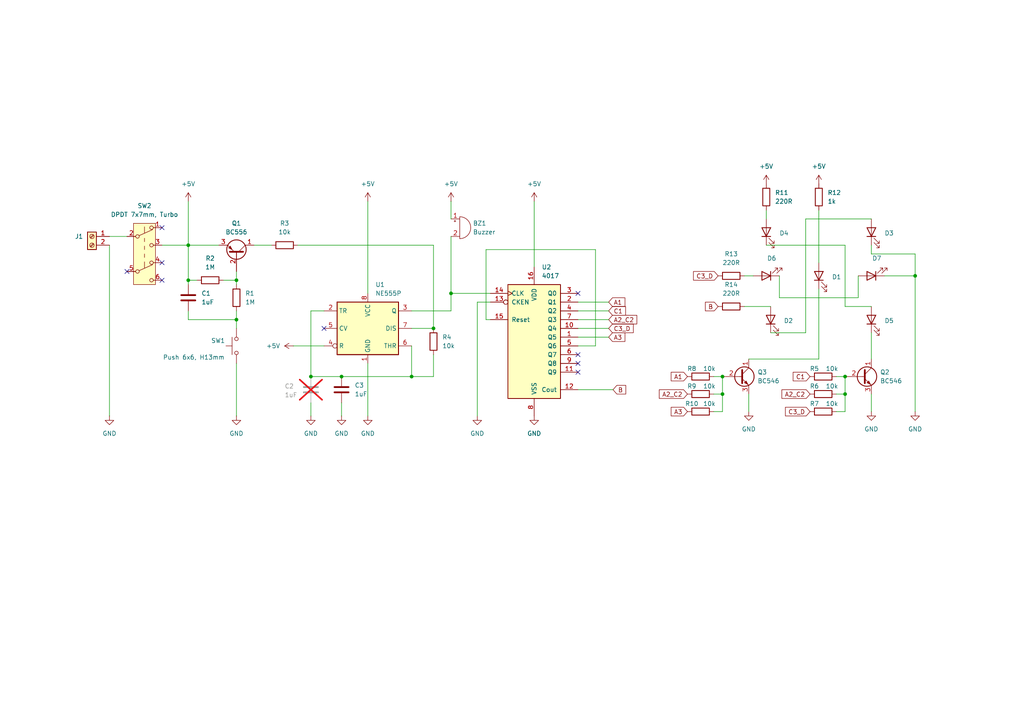
<source format=kicad_sch>
(kicad_sch (version 20231120) (generator "eeschema") (generator_version "8.0")
  (paper "A4")
  (title_block (title "Electronic dice") (date "2024-12-28") (rev "1") (company "RedNetCon"))
  (lib_symbols
    (symbol "4xxx:4017" (pin_names (offset 1.016))
      (property "Reference" "U" (at -7.62 16.51 0))
      (property "Value" "4017" (at -7.62 -19.05 0))
      (symbol "4017_1_0"
        (pin output line (at 12.7 0 180) (length 5.08) (name "Q5") (number "1"))
        (pin output line (at 12.7 2.54 180) (length 5.08) (name "Q4") (number "10"))
        (pin output line (at 12.7 -10.16 180) (length 5.08) (name "Q9") (number "11"))
        (pin output line (at 12.7 -15.24 180) (length 5.08) (name "Cout") (number "12"))
        (pin input inverted (at -12.7 10.16 0) (length 5.08) (name "CKEN") (number "13"))
        (pin input clock (at -12.7 12.7 0) (length 5.08) (name "CLK") (number "14"))
        (pin input line (at -12.7 5.08 0) (length 5.08) (name "Reset") (number "15"))
        (pin power_in line (at 0 20.32 270) (length 5.08) (name "VDD") (number "16"))
        (pin output line (at 12.7 10.16 180) (length 5.08) (name "Q1") (number "2"))
        (pin output line (at 12.7 12.7 180) (length 5.08) (name "Q0") (number "3"))
        (pin output line (at 12.7 7.62 180) (length 5.08) (name "Q2") (number "4"))
        (pin output line (at 12.7 -2.54 180) (length 5.08) (name "Q6") (number "5"))
        (pin output line (at 12.7 -5.08 180) (length 5.08) (name "Q7") (number "6"))
        (pin output line (at 12.7 5.08 180) (length 5.08) (name "Q3") (number "7"))
        (pin power_in line (at 0 -22.86 90) (length 5.08) (name "VSS") (number "8"))
        (pin output line (at 12.7 -7.62 180) (length 5.08) (name "Q8") (number "9"))
      )
      (symbol "4017_1_1"
        (rectangle (start -7.62 15.24) (end 7.62 -17.78) (stroke (width 0.254)) (fill (type background)))
      )
    )
    (symbol "Connector:Screw_Terminal_01x02" (pin_names (offset 1.016) hide)
      (property "Reference" "J" (at 0 2.54 0))
      (property "Value" "Screw_Terminal_01x02" (at 0 -5.08 0))
      (symbol "Screw_Terminal_01x02_1_1"
        (rectangle (start -1.27 1.27) (end 1.27 -3.81) (stroke (width 0.254)) (fill (type background)))
        (circle (center 0 -2.54) (radius 0.635) (stroke (width 0.1524)))
        (polyline (pts (xy -0.5334 -2.2098) (xy 0.3302 -3.048)) (stroke (width 0.1524)))
        (polyline (pts (xy -0.5334 0.3302) (xy 0.3302 -0.508)) (stroke (width 0.1524)))
        (polyline (pts (xy -0.3556 -2.032) (xy 0.508 -2.8702)) (stroke (width 0.1524)))
        (polyline (pts (xy -0.3556 0.508) (xy 0.508 -0.3302)) (stroke (width 0.1524)))
        (circle (center 0 0) (radius 0.635) (stroke (width 0.1524)))
        (pin passive line (at -5.08 0 0) (length 3.81) (name "Pin_1") (number "1"))
        (pin passive line (at -5.08 -2.54 0) (length 3.81) (name "Pin_2") (number "2"))
      )
    )
    (symbol "Device:Buzzer" (pin_names (offset 0.0254) hide)
      (property "Reference" "BZ" (at 3.81 1.27 0))
      (property "Value" "Buzzer" (at 3.81 -1.27 0))
      (symbol "Buzzer_0_1"
        (arc (start 0 -3.175) (mid 3.1612 0) (end 0 3.175))
        (polyline (pts (xy -1.651 1.905) (xy -1.143 1.905)))
        (polyline (pts (xy -1.397 2.159) (xy -1.397 1.651)))
        (polyline (pts (xy 0 3.175) (xy 0 -3.175)))
      )
      (symbol "Buzzer_1_1"
        (pin passive line (at -2.54 2.54 0) (length 2.54) (name "+") (number "1"))
        (pin passive line (at -2.54 -2.54 0) (length 2.54) (name "-") (number "2"))
      )
    )
    (symbol "Device:C" (pin_numbers hide) (pin_names (offset 0.254))
      (property "Reference" "C" (at 0.635 2.54 0))
      (property "Value" "C" (at 0.635 -2.54 0))
      (symbol "C_0_1"
        (polyline (pts (xy -2.032 -0.762) (xy 2.032 -0.762)) (stroke (width 0.508)))
        (polyline (pts (xy -2.032 0.762) (xy 2.032 0.762)) (stroke (width 0.508)))
      )
      (symbol "C_1_1"
        (pin passive line (at 0 3.81 270) (length 2.794) (name "~") (number "1"))
        (pin passive line (at 0 -3.81 90) (length 2.794) (name "~") (number "2"))
      )
    )
    (symbol "Device:LED" (pin_numbers hide) (pin_names (offset 1.016) hide)
      (property "Reference" "D" (at 0 2.54 0))
      (property "Value" "LED" (at 0 -2.54 0))
      (symbol "LED_0_1"
        (polyline (pts (xy -1.27 -1.27) (xy -1.27 1.27)) (stroke (width 0.254)))
        (polyline (pts (xy -1.27 0) (xy 1.27 0)))
        (polyline (pts (xy 1.27 -1.27) (xy 1.27 1.27) (xy -1.27 0) (xy 1.27 -1.27)) (stroke (width 0.254)))
        (polyline (pts (xy -3.048 -0.762) (xy -4.572 -2.286) (xy -3.81 -2.286) (xy -4.572 -2.286) (xy -4.572 -1.524)))
        (polyline (pts (xy -1.778 -0.762) (xy -3.302 -2.286) (xy -2.54 -2.286) (xy -3.302 -2.286) (xy -3.302 -1.524)))
      )
      (symbol "LED_1_1"
        (pin passive line (at -3.81 0 0) (length 2.54) (name "K") (number "1"))
        (pin passive line (at 3.81 0 180) (length 2.54) (name "A") (number "2"))
      )
    )
    (symbol "Device:R" (pin_numbers hide) (pin_names (offset 0))
      (property "Reference" "R" (at 2.032 0 90))
      (property "Value" "R" (at 0 0 90))
      (symbol "R_0_1"
        (rectangle (start -1.016 -2.54) (end 1.016 2.54) (stroke (width 0.254)))
      )
      (symbol "R_1_1"
        (pin passive line (at 0 3.81 270) (length 1.27) (name "~") (number "1"))
        (pin passive line (at 0 -3.81 90) (length 1.27) (name "~") (number "2"))
      )
    )
    (symbol "Switch:SW_Push" (pin_numbers hide) (pin_names (offset 1.016) hide)
      (property "Reference" "SW" (at 1.27 2.54 0))
      (property "Value" "SW_Push" (at 0 -1.524 0))
      (symbol "SW_Push_0_1"
        (circle (center -2.032 0) (radius 0.508))
        (polyline (pts (xy 0 1.27) (xy 0 3.048)))
        (polyline (pts (xy 2.54 1.27) (xy -2.54 1.27)))
        (circle (center 2.032 0) (radius 0.508))
        (pin passive line (at -5.08 0 0) (length 2.54) (name "1") (number "1"))
        (pin passive line (at 5.08 0 180) (length 2.54) (name "2") (number "2"))
      )
    )
    (symbol "Switch:SW_Push_DPDT" (pin_names (offset 0) hide)
      (property "Reference" "SW" (at 0 10.16 0))
      (property "Value" "SW_Push_DPDT" (at 0 -10.16 0))
      (symbol "SW_Push_DPDT_0_0"
        (circle (center -2.032 -5.08) (radius 0.508))
        (circle (center -2.032 5.08) (radius 0.508))
        (circle (center 2.032 -7.62) (radius 0.508))
        (circle (center 2.032 2.54) (radius 0.508))
      )
      (symbol "SW_Push_DPDT_0_1"
        (polyline (pts (xy -1.524 -4.826) (xy 2.3368 -3.0988)))
        (polyline (pts (xy -1.524 5.334) (xy 2.3368 7.0612)))
        (polyline (pts (xy 0 -2.286) (xy 0 -4.064)))
        (polyline (pts (xy 0 -1.016) (xy 0 0)))
        (polyline (pts (xy 0 1.27) (xy 0 2.286)))
        (polyline (pts (xy 0 3.556) (xy 0 4.572)))
        (polyline (pts (xy 0 7.874) (xy 0 6.096)))
        (circle (center 2.032 -2.54) (radius 0.508))
        (circle (center 2.032 7.62) (radius 0.508))
      )
      (symbol "SW_Push_DPDT_1_1"
        (rectangle (start -3.175 8.89) (end 3.175 -8.89) (fill (type background)))
        (pin passive line (at 5.08 7.62 180) (length 2.54) (name "A") (number "1"))
        (pin passive line (at -5.08 5.08 0) (length 2.54) (name "B") (number "2"))
        (pin passive line (at 5.08 2.54 180) (length 2.54) (name "C") (number "3"))
        (pin passive line (at 5.08 -2.54 180) (length 2.54) (name "A") (number "4"))
        (pin passive line (at -5.08 -5.08 0) (length 2.54) (name "B") (number "5"))
        (pin passive line (at 5.08 -7.62 180) (length 2.54) (name "C") (number "6"))
      )
    )
    (symbol "Timer:NE555P"
      (property "Reference" "U" (at -10.16 8.89 0))
      (property "Value" "NE555P" (at 2.54 8.89 0))
      (symbol "NE555P_0_0"
        (pin power_in line (at 0 -10.16 90) (length 2.54) (name "GND") (number "1"))
        (pin power_in line (at 0 10.16 270) (length 2.54) (name "VCC") (number "8"))
      )
      (symbol "NE555P_0_1"
        (rectangle (start -8.89 -7.62) (end 8.89 7.62) (stroke (width 0.254)) (fill (type background)))
        (rectangle (start -8.89 -7.62) (end 8.89 7.62) (stroke (width 0.254)) (fill (type background)))
      )
      (symbol "NE555P_1_1"
        (pin input line (at -12.7 5.08 0) (length 3.81) (name "TR") (number "2"))
        (pin output line (at 12.7 5.08 180) (length 3.81) (name "Q") (number "3"))
        (pin input inverted (at -12.7 -5.08 0) (length 3.81) (name "R") (number "4"))
        (pin input line (at -12.7 0 0) (length 3.81) (name "CV") (number "5"))
        (pin input line (at 12.7 -5.08 180) (length 3.81) (name "THR") (number "6"))
        (pin input line (at 12.7 0 180) (length 3.81) (name "DIS") (number "7"))
      )
    )
    (symbol "Transistor_BJT:BC546" (pin_names (offset 0) hide)
      (property "Reference" "Q" (at 5.08 1.905 0))
      (property "Value" "BC546" (at 5.08 0 0))
      (symbol "BC546_0_1"
        (polyline (pts (xy 0 0) (xy 0.635 0)))
        (polyline (pts (xy 0.635 0.635) (xy 2.54 2.54)))
        (polyline (pts (xy 0.635 -0.635) (xy 2.54 -2.54) (xy 2.54 -2.54)))
        (polyline (pts (xy 0.635 1.905) (xy 0.635 -1.905) (xy 0.635 -1.905)) (stroke (width 0.508)))
        (polyline (pts (xy 1.27 -1.778) (xy 1.778 -1.27) (xy 2.286 -2.286) (xy 1.27 -1.778) (xy 1.27 -1.778)) (fill (type outline)))
        (circle (center 1.27 0) (radius 2.8194) (stroke (width 0.254)))
      )
      (symbol "BC546_1_1"
        (pin passive line (at 2.54 5.08 270) (length 2.54) (name "C") (number "1"))
        (pin input line (at -5.08 0 0) (length 5.08) (name "B") (number "2"))
        (pin passive line (at 2.54 -5.08 90) (length 2.54) (name "E") (number "3"))
      )
    )
    (symbol "Transistor_BJT:BC556" (pin_names (offset 0) hide)
      (property "Reference" "Q" (at 5.08 1.905 0))
      (property "Value" "BC556" (at 5.08 0 0))
      (symbol "BC556_0_1"
        (polyline (pts (xy 0.635 0.635) (xy 2.54 2.54)))
        (polyline (pts (xy 0.635 -0.635) (xy 2.54 -2.54) (xy 2.54 -2.54)))
        (polyline (pts (xy 0.635 1.905) (xy 0.635 -1.905) (xy 0.635 -1.905)) (stroke (width 0.508)))
        (polyline (pts (xy 2.286 -1.778) (xy 1.778 -2.286) (xy 1.27 -1.27) (xy 2.286 -1.778) (xy 2.286 -1.778)) (fill (type outline)))
        (circle (center 1.27 0) (radius 2.8194) (stroke (width 0.254)))
      )
      (symbol "BC556_1_1"
        (pin passive line (at 2.54 5.08 270) (length 2.54) (name "C") (number "1"))
        (pin input line (at -5.08 0 0) (length 5.715) (name "B") (number "2"))
        (pin passive line (at 2.54 -5.08 90) (length 2.54) (name "E") (number "3"))
      )
    )
    (symbol "power:+5V" (power) (pin_numbers hide) (pin_names (offset 0) hide)
      (property "Value" "+5V" (at 0 3.556 0))
      (symbol "+5V_0_1"
        (polyline (pts (xy -0.762 1.27) (xy 0 2.54)))
        (polyline (pts (xy 0 0) (xy 0 2.54)))
        (polyline (pts (xy 0 2.54) (xy 0.762 1.27)))
      )
      (symbol "+5V_1_1"
        (pin power_in line (at 0 0 90) (length 0) (name "~") (number "1"))
      )
    )
    (symbol "power:GND" (power) (pin_numbers hide) (pin_names (offset 0) hide)
      (property "Value" "GND" (at 0 -3.81 0))
      (symbol "GND_0_1"
        (polyline (pts (xy 0 0) (xy 0 -1.27) (xy 1.27 -1.27) (xy 0 -2.54) (xy -1.27 -1.27) (xy 0 -1.27)))
      )
      (symbol "GND_1_1"
        (pin power_in line (at 0 0 270) (length 0) (name "~") (number "1"))
      )
    )
  )
  (junction (at 209.55 114.3))
  (junction (at 130.81 85.09))
  (junction (at 119.38 109.22))
  (junction (at 68.58 81.28))
  (junction (at 265.43 80.01))
  (junction (at 245.11 114.3))
  (junction (at 125.73 95.25))
  (junction (at 54.61 71.12))
  (junction (at 245.11 109.22))
  (junction (at 99.06 109.22))
  (junction (at 90.17 109.22))
  (junction (at 54.61 81.28))
  (junction (at 68.58 92.71))
  (junction (at 209.55 109.22))
  (no_connect (at 167.64 102.87))
  (no_connect (at 167.64 105.41))
  (no_connect (at 93.98 95.25))
  (no_connect (at 167.64 107.95))
  (no_connect (at 167.64 85.09))
  (no_connect (at 46.99 81.28))
  (no_connect (at 36.83 78.74))
  (no_connect (at 46.99 76.2))
  (no_connect (at 46.99 66.04))
  (wire (pts (xy 68.58 81.28) (xy 68.58 78.74)))
  (wire (pts (xy 167.64 87.63) (xy 176.53 87.63)))
  (wire (pts (xy 119.38 100.33) (xy 119.38 109.22)))
  (wire (pts (xy 86.36 71.12) (xy 125.73 71.12)))
  (wire (pts (xy 207.01 114.3) (xy 209.55 114.3)))
  (wire (pts (xy 222.25 71.12) (xy 245.11 71.12)))
  (wire (pts (xy 252.73 119.38) (xy 252.73 114.3)))
  (wire (pts (xy 217.17 119.38) (xy 217.17 114.3)))
  (wire (pts (xy 172.72 72.39) (xy 172.72 100.33)))
  (wire (pts (xy 265.43 80.01) (xy 265.43 119.38)))
  (wire (pts (xy 242.57 109.22) (xy 245.11 109.22)))
  (wire (pts (xy 233.68 96.52) (xy 233.68 63.5)))
  (wire (pts (xy 154.94 58.42) (xy 154.94 77.47)))
  (wire (pts (xy 119.38 95.25) (xy 125.73 95.25)))
  (wire (pts (xy 68.58 105.41) (xy 68.58 120.65)))
  (wire (pts (xy 31.75 68.58) (xy 36.83 68.58)))
  (wire (pts (xy 167.64 97.79) (xy 176.53 97.79)))
  (wire (pts (xy 68.58 81.28) (xy 68.58 82.55)))
  (wire (pts (xy 68.58 90.17) (xy 68.58 92.71)))
  (wire (pts (xy 167.64 92.71) (xy 176.53 92.71)))
  (wire (pts (xy 172.72 100.33) (xy 167.64 100.33)))
  (wire (pts (xy 226.06 86.36) (xy 248.92 86.36)))
  (wire (pts (xy 99.06 116.84) (xy 99.06 120.65)))
  (wire (pts (xy 90.17 116.84) (xy 90.17 120.65)))
  (wire (pts (xy 57.15 81.28) (xy 54.61 81.28)))
  (wire (pts (xy 142.24 85.09) (xy 130.81 85.09)))
  (wire (pts (xy 142.24 87.63) (xy 138.43 87.63)))
  (wire (pts (xy 142.24 92.71) (xy 140.97 92.71)))
  (wire (pts (xy 245.11 88.9) (xy 252.73 88.9)))
  (wire (pts (xy 31.75 71.12) (xy 31.75 120.65)))
  (wire (pts (xy 140.97 72.39) (xy 172.72 72.39)))
  (wire (pts (xy 245.11 114.3) (xy 245.11 119.38)))
  (wire (pts (xy 209.55 114.3) (xy 209.55 109.22)))
  (wire (pts (xy 222.25 60.96) (xy 222.25 63.5)))
  (wire (pts (xy 242.57 114.3) (xy 245.11 114.3)))
  (wire (pts (xy 68.58 92.71) (xy 68.58 95.25)))
  (wire (pts (xy 167.64 90.17) (xy 176.53 90.17)))
  (wire (pts (xy 245.11 71.12) (xy 245.11 88.9)))
  (wire (pts (xy 265.43 73.66) (xy 265.43 80.01)))
  (wire (pts (xy 64.77 81.28) (xy 68.58 81.28)))
  (wire (pts (xy 167.64 113.03) (xy 177.8 113.03)))
  (wire (pts (xy 207.01 119.38) (xy 209.55 119.38)))
  (wire (pts (xy 237.49 104.14) (xy 237.49 83.82)))
  (wire (pts (xy 215.9 80.01) (xy 218.44 80.01)))
  (wire (pts (xy 130.81 58.42) (xy 130.81 63.5)))
  (wire (pts (xy 54.61 71.12) (xy 54.61 81.28)))
  (wire (pts (xy 245.11 109.22) (xy 245.11 114.3)))
  (wire (pts (xy 54.61 71.12) (xy 63.5 71.12)))
  (wire (pts (xy 85.09 100.33) (xy 93.98 100.33)))
  (wire (pts (xy 252.73 73.66) (xy 265.43 73.66)))
  (wire (pts (xy 223.52 96.52) (xy 233.68 96.52)))
  (wire (pts (xy 73.66 71.12) (xy 78.74 71.12)))
  (wire (pts (xy 138.43 87.63) (xy 138.43 120.65)))
  (wire (pts (xy 256.54 80.01) (xy 265.43 80.01)))
  (wire (pts (xy 106.68 105.41) (xy 106.68 120.65)))
  (wire (pts (xy 215.9 88.9) (xy 223.52 88.9)))
  (wire (pts (xy 93.98 90.17) (xy 90.17 90.17)))
  (wire (pts (xy 125.73 109.22) (xy 119.38 109.22)))
  (wire (pts (xy 217.17 104.14) (xy 237.49 104.14)))
  (wire (pts (xy 248.92 86.36) (xy 248.92 80.01)))
  (wire (pts (xy 130.81 90.17) (xy 119.38 90.17)))
  (wire (pts (xy 140.97 92.71) (xy 140.97 72.39)))
  (wire (pts (xy 54.61 92.71) (xy 68.58 92.71)))
  (wire (pts (xy 54.61 58.42) (xy 54.61 71.12)))
  (wire (pts (xy 130.81 68.58) (xy 130.81 85.09)))
  (wire (pts (xy 167.64 95.25) (xy 176.53 95.25)))
  (wire (pts (xy 125.73 71.12) (xy 125.73 95.25)))
  (wire (pts (xy 90.17 109.22) (xy 99.06 109.22)))
  (wire (pts (xy 130.81 85.09) (xy 130.81 90.17)))
  (wire (pts (xy 90.17 90.17) (xy 90.17 109.22)))
  (wire (pts (xy 125.73 102.87) (xy 125.73 109.22)))
  (wire (pts (xy 242.57 119.38) (xy 245.11 119.38)))
  (wire (pts (xy 252.73 96.52) (xy 252.73 104.14)))
  (wire (pts (xy 54.61 90.17) (xy 54.61 92.71)))
  (wire (pts (xy 207.01 109.22) (xy 209.55 109.22)))
  (wire (pts (xy 237.49 60.96) (xy 237.49 76.2)))
  (wire (pts (xy 209.55 119.38) (xy 209.55 114.3)))
  (wire (pts (xy 252.73 73.66) (xy 252.73 71.12)))
  (wire (pts (xy 54.61 81.28) (xy 54.61 82.55)))
  (wire (pts (xy 106.68 58.42) (xy 106.68 85.09)))
  (wire (pts (xy 46.99 71.12) (xy 54.61 71.12)))
  (wire (pts (xy 233.68 63.5) (xy 252.73 63.5)))
  (wire (pts (xy 226.06 80.01) (xy 226.06 86.36)))
  (wire (pts (xy 119.38 109.22) (xy 99.06 109.22)))
  (global_label "A3" (shape input) (at 199.39 119.38 180) (property "Intersheetrefs" "${INTERSHEET_REFS}" (effects (hide yes))))
  (global_label "A2_C2" (shape input) (at 234.95 114.3 180) (property "Intersheetrefs" "${INTERSHEET_REFS}" (effects (hide yes))))
  (global_label "A1" (shape input) (at 199.39 109.22 180) (property "Intersheetrefs" "${INTERSHEET_REFS}" (effects (hide yes))))
  (global_label "C3_D" (shape input) (at 208.28 80.01 180) (property "Intersheetrefs" "${INTERSHEET_REFS}" (effects (hide yes))))
  (global_label "A3" (shape input) (at 176.53 97.79 0) (property "Intersheetrefs" "${INTERSHEET_REFS}" (effects (hide yes))))
  (global_label "B" (shape input) (at 177.8 113.03 0) (property "Intersheetrefs" "${INTERSHEET_REFS}" (effects (hide yes))))
  (global_label "A2_C2" (shape input) (at 199.39 114.3 180) (property "Intersheetrefs" "${INTERSHEET_REFS}" (effects (hide yes))))
  (global_label "C3_D" (shape input) (at 234.95 119.38 180) (property "Intersheetrefs" "${INTERSHEET_REFS}" (effects (hide yes))))
  (global_label "A1" (shape input) (at 176.53 87.63 0) (property "Intersheetrefs" "${INTERSHEET_REFS}" (effects (hide yes))))
  (global_label "C1" (shape input) (at 176.53 90.17 0) (property "Intersheetrefs" "${INTERSHEET_REFS}" (effects (hide yes))))
  (global_label "C3_D" (shape input) (at 176.53 95.25 0) (property "Intersheetrefs" "${INTERSHEET_REFS}" (effects (hide yes))))
  (global_label "A2_C2" (shape input) (at 176.53 92.71 0) (property "Intersheetrefs" "${INTERSHEET_REFS}" (effects (hide yes))))
  (global_label "C1" (shape input) (at 234.95 109.22 180) (property "Intersheetrefs" "${INTERSHEET_REFS}" (effects (hide yes))))
  (global_label "B" (shape input) (at 208.28 88.9 180) (property "Intersheetrefs" "${INTERSHEET_REFS}" (effects (hide yes))))
  (symbol (lib_id "power:+5V") (at 54.61 58.42 0) (unit 1)
    (property "Reference" "#PWR02" (effects (hide yes)))
    (property "Value" "+5V" (at 54.61 53.34 0))
    (property "Description" "Power symbol creates a global label with name \"+5V\"" (effects (hide yes)))
  )
  (symbol (lib_id "power:GND") (at 31.75 120.65 0) (unit 1)
    (property "Reference" "#PWR010" (effects (hide yes)))
    (property "Value" "GND" (at 31.75 125.73 0))
    (property "Description" "Power symbol creates a global label with name \"GND\" , ground" (effects (hide yes)))
  )
  (symbol (lib_id "Connector:Screw_Terminal_01x02") (at 26.67 68.58 0) (mirror y) (unit 1)
    (property "Reference" "J1" (at 24.13 68.5799 0) (effects (justify left)))
    (property "Value" "Screw_Terminal_01x02" (effects (hide yes)))
    (property "Footprint" "TerminalBlock_4Ucon:TerminalBlock_4Ucon_1x02_P3.50mm_Horizontal" (effects (hide yes)))
    (property "Description" "Generic screw terminal, single row, 01x02, script generated (kicad-library-utils/schlib/autogen/connector/)" (effects (hide yes)))
  )
  (symbol (lib_id "power:+5V") (at 222.25 53.34 0) (unit 1)
    (property "Reference" "#PWR015" (effects (hide yes)))
    (property "Value" "+5V" (at 222.25 48.26 0))
    (property "Description" "Power symbol creates a global label with name \"+5V\"" (effects (hide yes)))
  )
  (symbol (lib_id "power:GND") (at 138.43 120.65 0) (unit 1)
    (property "Reference" "#PWR07" (effects (hide yes)))
    (property "Value" "GND" (at 138.43 125.73 0))
    (property "Description" "Power symbol creates a global label with name \"GND\" , ground" (effects (hide yes)))
  )
  (symbol (lib_id "Device:R") (at 203.2 109.22 270) (unit 1)
    (property "Reference" "R8" (at 200.66 106.934 90))
    (property "Value" "10k" (at 205.74 106.934 90))
    (property "Footprint" "Resistor_THT:R_Axial_DIN0207_L6.3mm_D2.5mm_P7.62mm_Horizontal" (effects (hide yes)))
    (property "Description" "Resistor" (effects (hide yes)))
  )
  (symbol (lib_id "Device:R") (at 237.49 57.15 180) (unit 1)
    (property "Reference" "R12" (at 240.03 55.8799 0) (effects (justify right)))
    (property "Value" "1k" (at 240.03 58.4199 0) (effects (justify right)))
    (property "Footprint" "Resistor_THT:R_Axial_DIN0207_L6.3mm_D2.5mm_P7.62mm_Horizontal" (effects (hide yes)))
    (property "Description" "Resistor" (effects (hide yes)))
  )
  (symbol (lib_id "power:GND") (at 265.43 119.38 0) (unit 1)
    (property "Reference" "#PWR013" (effects (hide yes)))
    (property "Value" "GND" (at 265.43 124.46 0))
    (property "Description" "Power symbol creates a global label with name \"GND\" , ground" (effects (hide yes)))
  )
  (symbol (lib_id "Device:R") (at 212.09 88.9 90) (unit 1)
    (property "Reference" "R14" (at 212.09 82.55 90))
    (property "Value" "220R" (at 212.09 85.09 90))
    (property "Footprint" "Resistor_THT:R_Axial_DIN0207_L6.3mm_D2.5mm_P7.62mm_Horizontal" (effects (hide yes)))
    (property "Description" "Resistor" (effects (hide yes)))
  )
  (symbol (lib_id "Device:C") (at 90.17 113.03 0) (unit 1) (dnp yes)
    (property "Reference" "C2" (at 82.55 112.014 0) (effects (justify left)))
    (property "Value" "1uF" (at 82.55 114.554 0) (effects (justify left)))
    (property "Footprint" "Capacitor_THT:C_Disc_D4.3mm_W1.9mm_P5.00mm" (effects (hide yes)))
    (property "Description" "Unpolarized capacitor" (effects (hide yes)))
  )
  (symbol (lib_id "Device:LED") (at 222.25 67.31 90) (unit 1)
    (property "Reference" "D4" (at 226.06 67.6274 90) (effects (justify right)))
    (property "Value" "5mm, R" (effects (hide yes)))
    (property "Footprint" "LED_THT:LED_D5.0mm" (effects (hide yes)))
    (property "Description" "Light emitting diode" (effects (hide yes)))
  )
  (symbol (lib_id "power:GND") (at 154.94 120.65 0) (unit 1)
    (property "Reference" "#PWR09" (effects (hide yes)))
    (property "Value" "GND" (at 154.94 125.73 0))
    (property "Description" "Power symbol creates a global label with name \"GND\" , ground" (effects (hide yes)))
  )
  (symbol (lib_id "Device:R") (at 238.76 109.22 270) (unit 1)
    (property "Reference" "R5" (at 236.22 106.934 90))
    (property "Value" "10k" (at 241.3 106.934 90))
    (property "Footprint" "Resistor_THT:R_Axial_DIN0207_L6.3mm_D2.5mm_P7.62mm_Horizontal" (effects (hide yes)))
    (property "Description" "Resistor" (effects (hide yes)))
  )
  (symbol (lib_id "Device:R") (at 60.96 81.28 90) (unit 1)
    (property "Reference" "R2" (at 60.96 74.93 90))
    (property "Value" "1M" (at 60.96 77.47 90))
    (property "Footprint" "Resistor_THT:R_Axial_DIN0207_L6.3mm_D2.5mm_P7.62mm_Horizontal" (effects (hide yes)))
    (property "Description" "Resistor" (effects (hide yes)))
  )
  (symbol (lib_id "Device:Buzzer") (at 133.35 66.04 0) (unit 1)
    (property "Reference" "BZ1" (at 137.16 64.7699 0) (effects (justify left)))
    (property "Value" "Buzzer" (at 137.16 67.3099 0) (effects (justify left)))
    (property "Footprint" "Buzzer_Beeper:Buzzer_12x9.5RM7.6" (effects (hide yes)))
    (property "Description" "Buzzer, polarized" (effects (hide yes)))
  )
  (symbol (lib_id "Device:R") (at 222.25 57.15 180) (unit 1)
    (property "Reference" "R11" (at 224.79 55.8799 0) (effects (justify right)))
    (property "Value" "220R" (at 224.79 58.4199 0) (effects (justify right)))
    (property "Footprint" "Resistor_THT:R_Axial_DIN0207_L6.3mm_D2.5mm_P7.62mm_Horizontal" (effects (hide yes)))
    (property "Description" "Resistor" (effects (hide yes)))
  )
  (symbol (lib_id "Transistor_BJT:BC546") (at 214.63 109.22 0) (unit 1)
    (property "Reference" "Q3" (at 219.71 107.9499 0) (effects (justify left)))
    (property "Value" "BC546" (at 219.71 110.4899 0) (effects (justify left)))
    (property "Footprint" "Package_TO_SOT_THT:TO-92_Inline" (effects (hide yes)))
    (property "Datasheet" "https://www.onsemi.com/pub/Collateral/BC550-D.pdf" (effects (hide yes)))
    (property "Description" "0.1A Ic, 65V Vce, Small Signal NPN Transistor, TO-92" (effects (hide yes)))
  )
  (symbol (lib_id "Device:LED") (at 252.73 67.31 90) (unit 1)
    (property "Reference" "D3" (at 256.54 67.6274 90) (effects (justify right)))
    (property "Value" "5mm, R" (effects (hide yes)))
    (property "Footprint" "LED_THT:LED_D5.0mm" (effects (hide yes)))
    (property "Description" "Light emitting diode" (effects (hide yes)))
  )
  (symbol (lib_id "power:GND") (at 99.06 120.65 0) (unit 1)
    (property "Reference" "#PWR03" (effects (hide yes)))
    (property "Value" "GND" (at 99.06 125.73 0))
    (property "Description" "Power symbol creates a global label with name \"GND\" , ground" (effects (hide yes)))
  )
  (symbol (lib_id "power:GND") (at 68.58 120.65 0) (unit 1)
    (property "Reference" "#PWR01" (effects (hide yes)))
    (property "Value" "GND" (at 68.58 125.73 0))
    (property "Description" "Power symbol creates a global label with name \"GND\" , ground" (effects (hide yes)))
  )
  (symbol (lib_id "Device:R") (at 238.76 119.38 270) (unit 1)
    (property "Reference" "R7" (at 236.22 117.094 90))
    (property "Value" "10k" (at 241.3 117.094 90))
    (property "Footprint" "Resistor_THT:R_Axial_DIN0207_L6.3mm_D2.5mm_P7.62mm_Horizontal" (effects (hide yes)))
    (property "Description" "Resistor" (effects (hide yes)))
  )
  (symbol (lib_id "Device:R") (at 203.2 119.38 270) (unit 1)
    (property "Reference" "R10" (at 200.66 117.094 90))
    (property "Value" "10k" (at 205.74 117.094 90))
    (property "Footprint" "Resistor_THT:R_Axial_DIN0207_L6.3mm_D2.5mm_P7.62mm_Horizontal" (effects (hide yes)))
    (property "Description" "Resistor" (effects (hide yes)))
  )
  (symbol (lib_id "Device:R") (at 238.76 114.3 270) (unit 1)
    (property "Reference" "R6" (at 236.22 112.014 90))
    (property "Value" "10k" (at 241.3 112.014 90))
    (property "Footprint" "Resistor_THT:R_Axial_DIN0207_L6.3mm_D2.5mm_P7.62mm_Horizontal" (effects (hide yes)))
    (property "Description" "Resistor" (effects (hide yes)))
  )
  (symbol (lib_id "Device:LED") (at 252.73 80.01 180) (unit 1)
    (property "Reference" "D7" (at 254.3175 74.93 0))
    (property "Value" "5mm, R" (effects (hide yes)))
    (property "Footprint" "LED_THT:LED_D5.0mm" (effects (hide yes)))
    (property "Description" "Light emitting diode" (effects (hide yes)))
  )
  (symbol (lib_id "Device:R") (at 125.73 99.06 180) (unit 1)
    (property "Reference" "R4" (at 128.27 97.7899 0) (effects (justify right)))
    (property "Value" "10k" (at 128.27 100.3299 0) (effects (justify right)))
    (property "Footprint" "Resistor_THT:R_Axial_DIN0207_L6.3mm_D2.5mm_P7.62mm_Horizontal" (effects (hide yes)))
    (property "Description" "Resistor" (effects (hide yes)))
  )
  (symbol (lib_id "Device:C") (at 54.61 86.36 0) (unit 1)
    (property "Reference" "C1" (at 58.42 85.0899 0) (effects (justify left)))
    (property "Value" "1uF" (at 58.42 87.6299 0) (effects (justify left)))
    (property "Footprint" "Capacitor_THT:C_Disc_D4.3mm_W1.9mm_P5.00mm" (effects (hide yes)))
    (property "Description" "Unpolarized capacitor" (effects (hide yes)))
  )
  (symbol (lib_id "4xxx:4017") (at 154.94 97.79 0) (unit 1)
    (property "Reference" "U2" (at 157.1341 77.47 0) (effects (justify left)))
    (property "Value" "4017" (at 157.1341 80.01 0) (effects (justify left)))
    (property "Footprint" "Package_DIP:DIP-16_W7.62mm" (effects (hide yes)))
    (property "Datasheet" "http://www.intersil.com/content/dam/Intersil/documents/cd40/cd4017bms-22bms.pdf" (effects (hide yes)))
    (property "Description" "Johnson Counter ( 10 outputs )" (effects (hide yes)))
  )
  (symbol (lib_id "power:+5V") (at 106.68 58.42 0) (unit 1)
    (property "Reference" "#PWR014" (effects (hide yes)))
    (property "Value" "+5V" (at 106.68 53.34 0))
    (property "Description" "Power symbol creates a global label with name \"+5V\"" (effects (hide yes)))
  )
  (symbol (lib_id "Timer:NE555P") (at 106.68 95.25 0) (unit 1)
    (property "Reference" "U1" (at 108.8741 82.55 0) (effects (justify left)))
    (property "Value" "NE555P" (at 108.8741 85.09 0) (effects (justify left)))
    (property "Footprint" "Package_DIP:DIP-8_W7.62mm" (effects (hide yes)))
    (property "Datasheet" "http://www.ti.com/lit/ds/symlink/ne555.pdf" (effects (hide yes)))
    (property "Description" "Precision Timers, 555 compatible,  PDIP-8" (effects (hide yes)))
  )
  (symbol (lib_id "power:+5V") (at 154.94 58.42 0) (unit 1)
    (property "Reference" "#PWR08" (effects (hide yes)))
    (property "Value" "+5V" (at 154.94 53.34 0))
    (property "Description" "Power symbol creates a global label with name \"+5V\"" (effects (hide yes)))
  )
  (symbol (lib_id "Device:LED") (at 222.25 80.01 180) (unit 1)
    (property "Reference" "D6" (at 223.8375 74.93 0))
    (property "Value" "5mm, R" (effects (hide yes)))
    (property "Footprint" "LED_THT:LED_D5.0mm" (effects (hide yes)))
    (property "Description" "Light emitting diode" (effects (hide yes)))
  )
  (symbol (lib_id "Device:R") (at 68.58 86.36 0) (unit 1)
    (property "Reference" "R1" (at 71.12 85.0899 0) (effects (justify left)))
    (property "Value" "1M" (at 71.12 87.6299 0) (effects (justify left)))
    (property "Footprint" "Resistor_THT:R_Axial_DIN0207_L6.3mm_D2.5mm_P7.62mm_Horizontal" (effects (hide yes)))
    (property "Description" "Resistor" (effects (hide yes)))
  )
  (symbol (lib_id "Device:LED") (at 237.49 80.01 90) (unit 1)
    (property "Reference" "D1" (at 241.3 80.3274 90) (effects (justify right)))
    (property "Value" "5mm, R" (effects (hide yes)))
    (property "Footprint" "LED_THT:LED_D5.0mm" (effects (hide yes)))
    (property "Description" "Light emitting diode" (effects (hide yes)))
  )
  (symbol (lib_id "Device:C") (at 99.06 113.03 0) (unit 1)
    (property "Reference" "C3" (at 102.87 111.7599 0) (effects (justify left)))
    (property "Value" "1uF" (at 102.87 114.2999 0) (effects (justify left)))
    (property "Footprint" "Capacitor_THT:C_Disc_D4.3mm_W1.9mm_P5.00mm" (effects (hide yes)))
    (property "Description" "Unpolarized capacitor" (effects (hide yes)))
  )
  (symbol (lib_id "Switch:SW_Push_DPDT") (at 41.91 73.66 0) (unit 1)
    (property "Reference" "SW2" (at 41.91 59.69 0))
    (property "Value" "DPDT 7x7mm, Turbo" (at 41.91 62.23 0))
    (property "Footprint" "Button_Switch_THT_Hap:SW_DPDT_7x7_Turbo" (effects (hide yes)))
    (property "Description" "Momentary Switch, dual pole double throw" (effects (hide yes)))
  )
  (symbol (lib_id "Transistor_BJT:BC546") (at 250.19 109.22 0) (unit 1)
    (property "Reference" "Q2" (at 255.27 107.9499 0) (effects (justify left)))
    (property "Value" "BC546" (at 255.27 110.4899 0) (effects (justify left)))
    (property "Footprint" "Package_TO_SOT_THT:TO-92_Inline" (effects (hide yes)))
    (property "Datasheet" "https://www.onsemi.com/pub/Collateral/BC550-D.pdf" (effects (hide yes)))
    (property "Description" "0.1A Ic, 65V Vce, Small Signal NPN Transistor, TO-92" (effects (hide yes)))
  )
  (symbol (lib_id "power:GND") (at 252.73 119.38 0) (unit 1)
    (property "Reference" "#PWR012" (effects (hide yes)))
    (property "Value" "GND" (at 252.73 124.46 0))
    (property "Description" "Power symbol creates a global label with name \"GND\" , ground" (effects (hide yes)))
  )
  (symbol (lib_id "power:GND") (at 106.68 120.65 0) (unit 1)
    (property "Reference" "#PWR05" (effects (hide yes)))
    (property "Value" "GND" (at 106.68 125.73 0))
    (property "Description" "Power symbol creates a global label with name \"GND\" , ground" (effects (hide yes)))
  )
  (symbol (lib_id "power:GND") (at 217.17 119.38 0) (unit 1)
    (property "Reference" "#PWR011" (effects (hide yes)))
    (property "Value" "GND" (at 217.17 124.46 0))
    (property "Description" "Power symbol creates a global label with name \"GND\" , ground" (effects (hide yes)))
  )
  (symbol (lib_id "power:+5V") (at 237.49 53.34 0) (unit 1)
    (property "Reference" "#PWR016" (effects (hide yes)))
    (property "Value" "+5V" (at 237.49 48.26 0))
    (property "Description" "Power symbol creates a global label with name \"+5V\"" (effects (hide yes)))
  )
  (symbol (lib_id "Device:R") (at 203.2 114.3 270) (unit 1)
    (property "Reference" "R9" (at 200.66 112.014 90))
    (property "Value" "10k" (at 205.74 112.014 90))
    (property "Footprint" "Resistor_THT:R_Axial_DIN0207_L6.3mm_D2.5mm_P7.62mm_Horizontal" (effects (hide yes)))
    (property "Description" "Resistor" (effects (hide yes)))
  )
  (symbol (lib_id "Transistor_BJT:BC556") (at 68.58 73.66 270) (mirror x) (unit 1)
    (property "Reference" "Q1" (at 68.58 64.77 90))
    (property "Value" "BC556" (at 68.58 67.31 90))
    (property "Footprint" "Package_TO_SOT_THT:TO-92_Inline" (effects (hide yes)))
    (property "Datasheet" "https://www.onsemi.com/pub/Collateral/BC556BTA-D.pdf" (effects (hide yes)))
    (property "Description" "0.1A Ic, 65V Vce, PNP Small Signal Transistor, TO-92" (effects (hide yes)))
  )
  (symbol (lib_id "power:+5V") (at 85.09 100.33 90) (unit 1)
    (property "Reference" "#PWR06" (effects (hide yes)))
    (property "Value" "+5V" (at 81.28 100.3299 90) (effects (justify left)))
    (property "Description" "Power symbol creates a global label with name \"+5V\"" (effects (hide yes)))
  )
  (symbol (lib_id "power:GND") (at 90.17 120.65 0) (unit 1)
    (property "Reference" "#PWR04" (effects (hide yes)))
    (property "Value" "GND" (at 90.17 125.73 0))
    (property "Description" "Power symbol creates a global label with name \"GND\" , ground" (effects (hide yes)))
  )
  (symbol (lib_id "Device:LED") (at 223.52 92.71 90) (unit 1)
    (property "Reference" "D2" (at 227.33 93.0274 90) (effects (justify right)))
    (property "Value" "5mm, R" (effects (hide yes)))
    (property "Footprint" "LED_THT:LED_D5.0mm" (effects (hide yes)))
    (property "Description" "Light emitting diode" (effects (hide yes)))
  )
  (symbol (lib_id "Device:R") (at 212.09 80.01 270) (unit 1)
    (property "Reference" "R13" (at 212.09 73.66 90))
    (property "Value" "220R" (at 212.09 76.2 90))
    (property "Footprint" "Resistor_THT:R_Axial_DIN0207_L6.3mm_D2.5mm_P7.62mm_Horizontal" (effects (hide yes)))
    (property "Description" "Resistor" (effects (hide yes)))
  )
  (symbol (lib_id "Device:LED") (at 252.73 92.71 90) (unit 1)
    (property "Reference" "D5" (at 256.54 93.0274 90) (effects (justify right)))
    (property "Value" "5mm, R" (effects (hide yes)))
    (property "Footprint" "LED_THT:LED_D5.0mm" (effects (hide yes)))
    (property "Description" "Light emitting diode" (effects (hide yes)))
  )
  (symbol (lib_id "Switch:SW_Push") (at 68.58 100.33 90) (unit 1)
    (property "Reference" "SW1" (at 61.214 98.806 90) (effects (justify right)))
    (property "Value" "Push 6x6, H13mm" (at 47.244 103.632 90) (effects (justify right)))
    (property "Footprint" "Button_Switch_THT:SW_PUSH_6mm_H13mm" (effects (hide yes)))
    (property "Description" "Push button switch, generic, two pins" (effects (hide yes)))
  )
  (symbol (lib_id "Device:R") (at 82.55 71.12 90) (unit 1)
    (property "Reference" "R3" (at 82.55 64.77 90))
    (property "Value" "10k" (at 82.55 67.31 90))
    (property "Footprint" "Resistor_THT:R_Axial_DIN0207_L6.3mm_D2.5mm_P7.62mm_Horizontal" (effects (hide yes)))
    (property "Description" "Resistor" (effects (hide yes)))
  )
  (symbol (lib_id "power:+5V") (at 130.81 58.42 0) (unit 1)
    (property "Reference" "#PWR017" (effects (hide yes)))
    (property "Value" "+5V" (at 130.81 53.34 0))
    (property "Description" "Power symbol creates a global label with name \"+5V\"" (effects (hide yes)))
  )
)
</source>
